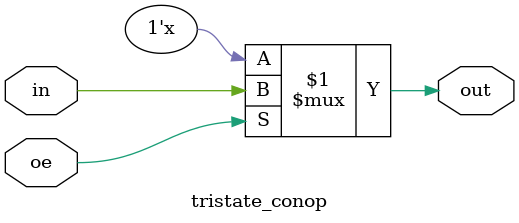
<source format=v>
module tristate_conop(in, oe, out);
    input  in, oe;
    output out;

    assign out = (oe) ? in : 1'bz;

endmodule
</source>
